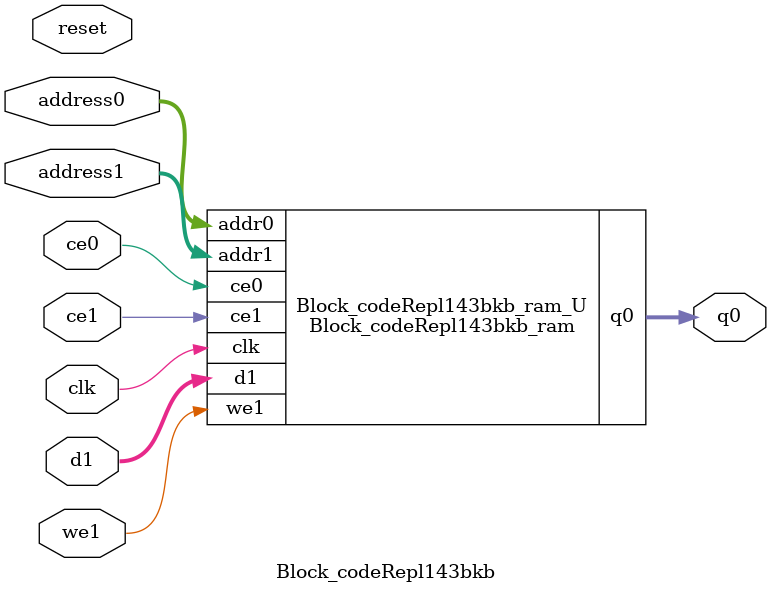
<source format=v>
`timescale 1 ns / 1 ps
module Block_codeRepl143bkb_ram (addr0, ce0, q0, addr1, ce1, d1, we1,  clk);

parameter DWIDTH = 8;
parameter AWIDTH = 10;
parameter MEM_SIZE = 966;

input[AWIDTH-1:0] addr0;
input ce0;
output reg[DWIDTH-1:0] q0;
input[AWIDTH-1:0] addr1;
input ce1;
input[DWIDTH-1:0] d1;
input we1;
input clk;

(* ram_style = "block" *)reg [DWIDTH-1:0] ram[0:MEM_SIZE-1];




always @(posedge clk)  
begin 
    if (ce0) begin
        q0 <= ram[addr0];
    end
end


always @(posedge clk)  
begin 
    if (ce1) begin
        if (we1) 
            ram[addr1] <= d1; 
    end
end


endmodule

`timescale 1 ns / 1 ps
module Block_codeRepl143bkb(
    reset,
    clk,
    address0,
    ce0,
    q0,
    address1,
    ce1,
    we1,
    d1);

parameter DataWidth = 32'd8;
parameter AddressRange = 32'd966;
parameter AddressWidth = 32'd10;
input reset;
input clk;
input[AddressWidth - 1:0] address0;
input ce0;
output[DataWidth - 1:0] q0;
input[AddressWidth - 1:0] address1;
input ce1;
input we1;
input[DataWidth - 1:0] d1;



Block_codeRepl143bkb_ram Block_codeRepl143bkb_ram_U(
    .clk( clk ),
    .addr0( address0 ),
    .ce0( ce0 ),
    .q0( q0 ),
    .addr1( address1 ),
    .ce1( ce1 ),
    .we1( we1 ),
    .d1( d1 ));

endmodule


</source>
